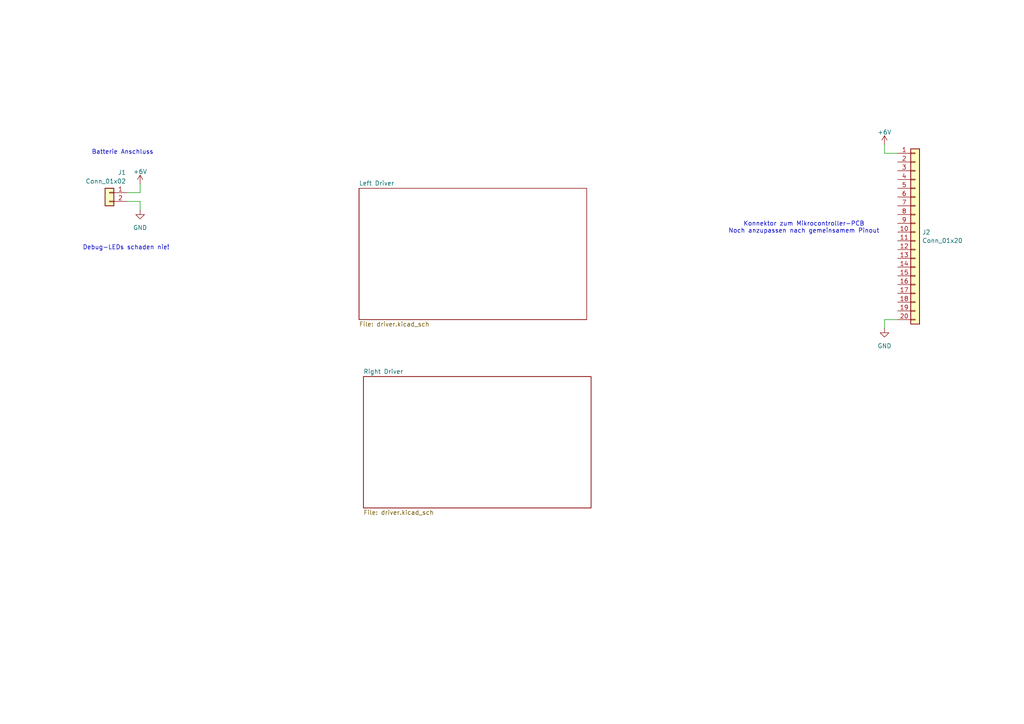
<source format=kicad_sch>
(kicad_sch (version 20231120) (generator "eeschema") (generator_version "8.0")
  (paper "A4")
  (lib_symbols
    (symbol "Connector_Generic:Conn_01x02" (pin_names (offset 1.016) hide)
      (property "Reference" "J" (at 0 2.54 0))
      (property "Value" "Conn_01x02" (at 0 -5.08 0))
      (symbol "Conn_01x02_1_1"
        (rectangle (start -1.27 -2.413) (end 0 -2.667) (stroke (width 0.1524)))
        (rectangle (start -1.27 0.127) (end 0 -0.127) (stroke (width 0.1524)))
        (rectangle (start -1.27 1.27) (end 1.27 -3.81) (stroke (width 0.254)) (fill (type background)))
        (pin passive line (at -5.08 0 0) (length 3.81) (name "Pin_1") (number "1"))
        (pin passive line (at -5.08 -2.54 0) (length 3.81) (name "Pin_2") (number "2"))
      )
    )
    (symbol "Connector_Generic:Conn_01x20" (pin_names (offset 1.016) hide)
      (property "Reference" "J" (at 0 25.4 0))
      (property "Value" "Conn_01x20" (at 0 -27.94 0))
      (symbol "Conn_01x20_1_1"
        (rectangle (start -1.27 -25.273) (end 0 -25.527) (stroke (width 0.1524)))
        (rectangle (start -1.27 -22.733) (end 0 -22.987) (stroke (width 0.1524)))
        (rectangle (start -1.27 -20.193) (end 0 -20.447) (stroke (width 0.1524)))
        (rectangle (start -1.27 -17.653) (end 0 -17.907) (stroke (width 0.1524)))
        (rectangle (start -1.27 -15.113) (end 0 -15.367) (stroke (width 0.1524)))
        (rectangle (start -1.27 -12.573) (end 0 -12.827) (stroke (width 0.1524)))
        (rectangle (start -1.27 -10.033) (end 0 -10.287) (stroke (width 0.1524)))
        (rectangle (start -1.27 -7.493) (end 0 -7.747) (stroke (width 0.1524)))
        (rectangle (start -1.27 -4.953) (end 0 -5.207) (stroke (width 0.1524)))
        (rectangle (start -1.27 -2.413) (end 0 -2.667) (stroke (width 0.1524)))
        (rectangle (start -1.27 0.127) (end 0 -0.127) (stroke (width 0.1524)))
        (rectangle (start -1.27 2.667) (end 0 2.413) (stroke (width 0.1524)))
        (rectangle (start -1.27 5.207) (end 0 4.953) (stroke (width 0.1524)))
        (rectangle (start -1.27 7.747) (end 0 7.493) (stroke (width 0.1524)))
        (rectangle (start -1.27 10.287) (end 0 10.033) (stroke (width 0.1524)))
        (rectangle (start -1.27 12.827) (end 0 12.573) (stroke (width 0.1524)))
        (rectangle (start -1.27 15.367) (end 0 15.113) (stroke (width 0.1524)))
        (rectangle (start -1.27 17.907) (end 0 17.653) (stroke (width 0.1524)))
        (rectangle (start -1.27 20.447) (end 0 20.193) (stroke (width 0.1524)))
        (rectangle (start -1.27 22.987) (end 0 22.733) (stroke (width 0.1524)))
        (rectangle (start -1.27 24.13) (end 1.27 -26.67) (stroke (width 0.254)) (fill (type background)))
        (pin passive line (at -5.08 22.86 0) (length 3.81) (name "Pin_1") (number "1"))
        (pin passive line (at -5.08 0 0) (length 3.81) (name "Pin_10") (number "10"))
        (pin passive line (at -5.08 -2.54 0) (length 3.81) (name "Pin_11") (number "11"))
        (pin passive line (at -5.08 -5.08 0) (length 3.81) (name "Pin_12") (number "12"))
        (pin passive line (at -5.08 -7.62 0) (length 3.81) (name "Pin_13") (number "13"))
        (pin passive line (at -5.08 -10.16 0) (length 3.81) (name "Pin_14") (number "14"))
        (pin passive line (at -5.08 -12.7 0) (length 3.81) (name "Pin_15") (number "15"))
        (pin passive line (at -5.08 -15.24 0) (length 3.81) (name "Pin_16") (number "16"))
        (pin passive line (at -5.08 -17.78 0) (length 3.81) (name "Pin_17") (number "17"))
        (pin passive line (at -5.08 -20.32 0) (length 3.81) (name "Pin_18") (number "18"))
        (pin passive line (at -5.08 -22.86 0) (length 3.81) (name "Pin_19") (number "19"))
        (pin passive line (at -5.08 20.32 0) (length 3.81) (name "Pin_2") (number "2"))
        (pin passive line (at -5.08 -25.4 0) (length 3.81) (name "Pin_20") (number "20"))
        (pin passive line (at -5.08 17.78 0) (length 3.81) (name "Pin_3") (number "3"))
        (pin passive line (at -5.08 15.24 0) (length 3.81) (name "Pin_4") (number "4"))
        (pin passive line (at -5.08 12.7 0) (length 3.81) (name "Pin_5") (number "5"))
        (pin passive line (at -5.08 10.16 0) (length 3.81) (name "Pin_6") (number "6"))
        (pin passive line (at -5.08 7.62 0) (length 3.81) (name "Pin_7") (number "7"))
        (pin passive line (at -5.08 5.08 0) (length 3.81) (name "Pin_8") (number "8"))
        (pin passive line (at -5.08 2.54 0) (length 3.81) (name "Pin_9") (number "9"))
      )
    )
    (symbol "power:GND" (power) (pin_numbers hide) (pin_names (offset 0) hide)
      (property "Value" "GND" (at 0 -3.81 0))
      (symbol "GND_0_1"
        (polyline (pts (xy 0 0) (xy 0 -1.27) (xy 1.27 -1.27) (xy 0 -2.54) (xy -1.27 -1.27) (xy 0 -1.27)))
      )
      (symbol "GND_1_1"
        (pin power_in line (at 0 0 270) (length 0) (name "~") (number "1"))
      )
    )
    (symbol "µmotor-rescue:+6V" (power) (pin_names (offset 0))
      (property "Value" "+6V" (at 0 3.556 0))
      (symbol "+6V_0_1"
        (polyline (pts (xy -0.762 1.27) (xy 0 2.54)))
        (polyline (pts (xy 0 0) (xy 0 2.54)))
        (polyline (pts (xy 0 2.54) (xy 0.762 1.27)))
      )
      (symbol "+6V_1_1"
        (pin power_in line (at 0 0 90) (length 0) hide (name "+6V") (number "1"))
      )
    )
  )
  (wire (pts (xy 256.54 95.25) (xy 256.54 92.71)))
  (wire (pts (xy 36.83 55.88) (xy 40.64 55.88)))
  (wire (pts (xy 40.64 55.88) (xy 40.64 53.34)))
  (wire (pts (xy 260.35 44.45) (xy 256.54 44.45)))
  (wire (pts (xy 40.64 60.96) (xy 40.64 58.42)))
  (wire (pts (xy 40.64 58.42) (xy 36.83 58.42)))
  (wire (pts (xy 256.54 44.45) (xy 256.54 41.91)))
  (wire (pts (xy 256.54 92.71) (xy 260.35 92.71)))
  (text "Batterie Anschluss" (at 35.56 44.196 0) (effects (font (size 1.27 1.27))))
  (text "Konnektor zum Mikrocontroller-PCB\nNoch anzupassen nach gemeinsamem Pinout" (at 233.172 66.04 0) (effects (font (size 1.27 1.27))))
  (text "Debug-LEDs schaden nie!" (at 36.576 71.882 0) (effects (font (size 1.27 1.27))))
  (symbol (lib_id "power:GND") (at 256.54 95.25 0) (unit 1)
    (property "Reference" "#PWR04" (effects (hide yes)))
    (property "Value" "GND" (at 256.54 100.33 0))
    (property "Description" "Power symbol creates a global label with name \"GND\" , ground" (effects (hide yes)))
  )
  (symbol (lib_id "µmotor-rescue:+6V") (at 40.64 53.34 0) (mirror y) (unit 1)
    (property "Reference" "#PWR01" (effects (hide yes)))
    (property "Value" "+6V" (at 40.64 49.784 0))
  )
  (symbol (lib_id "µmotor-rescue:+6V") (at 256.54 41.91 0) (unit 1)
    (property "Reference" "#PWR03" (effects (hide yes)))
    (property "Value" "+6V" (at 256.54 38.354 0))
  )
  (symbol (lib_id "power:GND") (at 40.64 60.96 0) (mirror y) (unit 1)
    (property "Reference" "#PWR02" (effects (hide yes)))
    (property "Value" "GND" (at 40.64 66.04 0))
    (property "Description" "Power symbol creates a global label with name \"GND\" , ground" (effects (hide yes)))
  )
  (symbol (lib_id "Connector_Generic:Conn_01x02") (at 31.75 55.88 0) (mirror y) (unit 1)
    (property "Reference" "J1" (at 36.576 50.038 0) (effects (justify left)))
    (property "Value" "Conn_01x02" (at 36.576 52.578 0) (effects (justify left)))
    (property "Footprint" "Connector_JST:JST_GH_BM02B-GHS-TBT_1x02-1MP_P1.25mm_Vertical" (effects (hide yes)))
    (property "Description" "Generic connector, single row, 01x02, script generated (kicad-library-utils/schlib/autogen/connector/)" (effects (hide yes)))
  )
  (symbol (lib_id "Connector_Generic:Conn_01x20") (at 265.43 67.31 0) (unit 1)
    (property "Reference" "J2" (at 267.462 67.3678 0) (effects (justify left)))
    (property "Value" "Conn_01x20" (at 267.462 69.7921 0) (effects (justify left)))
    (property "Description" "Generic connector, single row, 01x20, script generated (kicad-library-utils/schlib/autogen/connector/)" (effects (hide yes)))
  )
  (sheet (at 105.41 109.22) (size 66.04 38.1) (stroke (width 0.1524))
    (property "Sheetname" "Right Driver" (at 105.41 108.5084 0) (effects (justify left bottom)))
    (property "Sheetfile" "driver.kicad_sch" (at 105.41 147.9046 0) (effects (justify left top)))
  )
  (sheet (at 104.14 54.61) (size 66.04 38.1) (stroke (width 0.1524))
    (property "Sheetname" "Left Driver" (at 104.14 53.8984 0) (effects (justify left bottom)))
    (property "Sheetfile" "driver.kicad_sch" (at 104.14 93.2946 0) (effects (justify left top)))
  )
)
</source>
